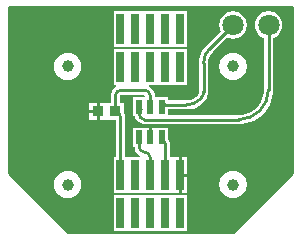
<source format=gbl>
G04*
G04 #@! TF.GenerationSoftware,Altium Limited,Altium Designer,21.6.4 (81)*
G04*
G04 Layer_Physical_Order=2*
G04 Layer_Color=16711680*
%FSLAX25Y25*%
%MOIN*%
G70*
G04*
G04 #@! TF.SameCoordinates,E44EF727-AEEB-4240-987C-FE85ED8235F7*
G04*
G04*
G04 #@! TF.FilePolarity,Positive*
G04*
G01*
G75*
%ADD10C,0.01000*%
%ADD13C,0.07087*%
%ADD14C,0.03937*%
%ADD15R,0.02559X0.10039*%
%ADD16R,0.02362X0.04528*%
%ADD17R,0.03775X0.03591*%
G36*
X74803Y19685D02*
X55118Y0D01*
X40223D01*
X39839Y280D01*
X39839Y500D01*
Y12319D01*
X35339D01*
X35280Y12319D01*
X34839D01*
X34780Y12319D01*
X30339D01*
X30279Y12319D01*
X29839D01*
X29779Y12319D01*
X25339D01*
X25280Y12319D01*
X24839D01*
X24780Y12319D01*
X20339D01*
X20279Y12319D01*
X19839D01*
X19780Y12319D01*
X15280D01*
Y500D01*
X15280Y280D01*
X14895Y0D01*
X0D01*
X-19685Y19685D01*
Y74803D01*
X74803D01*
Y19685D01*
D02*
G37*
%LPC*%
G36*
X35280Y73539D02*
X34839D01*
X34780Y73539D01*
X30339D01*
X30279Y73539D01*
X29839D01*
X29779Y73539D01*
X25339D01*
X25280Y73539D01*
X24839D01*
X24780Y73539D01*
X20339D01*
X20279Y73539D01*
X19839D01*
X19780Y73539D01*
X15280D01*
Y61500D01*
X19780D01*
X19839Y61500D01*
X20279D01*
X20339Y61500D01*
X24780D01*
X24839Y61500D01*
X25280D01*
X25339Y61500D01*
X29779D01*
X29839Y61500D01*
X30279D01*
X30339Y61500D01*
X34780D01*
X34839Y61500D01*
X35280D01*
X35339Y61500D01*
X39839D01*
Y73539D01*
X35339D01*
X35280Y73539D01*
D02*
G37*
G36*
X67287Y73441D02*
X66572D01*
X65865Y73329D01*
X65185Y73108D01*
X64548Y72783D01*
X63969Y72363D01*
X63464Y71857D01*
X63043Y71279D01*
X62719Y70642D01*
X62498Y69962D01*
X62386Y69255D01*
Y68540D01*
X62498Y67834D01*
X62719Y67154D01*
X63043Y66516D01*
X63464Y65938D01*
X63969Y65432D01*
X64548Y65012D01*
X65185Y64687D01*
X65416Y64612D01*
Y47402D01*
X65424Y47345D01*
X65355Y46292D01*
X65138Y45202D01*
X64780Y44150D01*
X64289Y43152D01*
X63671Y42228D01*
X62938Y41392D01*
X62103Y40659D01*
X61178Y40042D01*
X60181Y39550D01*
X59129Y39193D01*
X58038Y38976D01*
X56986Y38907D01*
X56929Y38914D01*
X33480D01*
Y40810D01*
X39539D01*
Y40805D01*
X40614Y40876D01*
X41671Y41086D01*
X42692Y41432D01*
X43658Y41909D01*
X44554Y42508D01*
X45364Y43218D01*
X45363Y43220D01*
X45860Y43802D01*
X46259Y44454D01*
X46552Y45161D01*
X46731Y45905D01*
X46791Y46668D01*
X46788D01*
Y56271D01*
X46783Y56314D01*
X46844Y57087D01*
X47035Y57883D01*
X47348Y58640D01*
X47776Y59338D01*
X48280Y59927D01*
X48314Y59954D01*
X53158Y64798D01*
X53374Y64687D01*
X54054Y64466D01*
X54760Y64354D01*
X55476D01*
X56182Y64466D01*
X56862Y64687D01*
X57499Y65012D01*
X58078Y65432D01*
X58584Y65938D01*
X59004Y66516D01*
X59329Y67154D01*
X59549Y67834D01*
X59661Y68540D01*
Y69255D01*
X59549Y69962D01*
X59329Y70642D01*
X59004Y71279D01*
X58584Y71857D01*
X58078Y72363D01*
X57499Y72783D01*
X56862Y73108D01*
X56182Y73329D01*
X55476Y73441D01*
X54760D01*
X54054Y73329D01*
X53374Y73108D01*
X52737Y72783D01*
X52158Y72363D01*
X51653Y71857D01*
X51232Y71279D01*
X50908Y70642D01*
X50687Y69962D01*
X50575Y69255D01*
Y68540D01*
X50687Y67834D01*
X50908Y67154D01*
X51018Y66937D01*
X46174Y62093D01*
X46171Y62097D01*
X45460Y61286D01*
X44862Y60391D01*
X44385Y59424D01*
X44039Y58403D01*
X43828Y57347D01*
X43758Y56271D01*
X43763D01*
Y46668D01*
X43767Y46634D01*
X43708Y46187D01*
X43523Y45739D01*
X43248Y45382D01*
X43222Y45361D01*
X43195Y45327D01*
X42605Y44823D01*
X41907Y44395D01*
X41151Y44082D01*
X40355Y43891D01*
X39582Y43830D01*
X39539Y43836D01*
X33480D01*
Y44985D01*
X29456D01*
X29076Y45276D01*
X29009Y45956D01*
X28811Y46609D01*
X28488Y47212D01*
X28055Y47740D01*
X27527Y48173D01*
X27100Y48402D01*
X27225Y48902D01*
X29779D01*
X29839Y48902D01*
X30279D01*
X30339Y48902D01*
X34780D01*
X34839Y48902D01*
X35280D01*
X35339Y48902D01*
X39839D01*
Y60941D01*
X35339D01*
X35280Y60941D01*
X34839D01*
X34780Y60941D01*
X30339D01*
X30279Y60941D01*
X29839D01*
X29779Y60941D01*
X25339D01*
X25280Y60941D01*
X24839D01*
X24780Y60941D01*
X20339D01*
X20279Y60941D01*
X19839D01*
X19780Y60941D01*
X15280D01*
Y48902D01*
X16111D01*
X16236Y48402D01*
X15845Y48193D01*
X15335Y47774D01*
X14916Y47263D01*
X14604Y46681D01*
X14413Y46049D01*
X14348Y45392D01*
X14351D01*
Y42899D01*
X10642D01*
Y40103D01*
Y37308D01*
X16046D01*
Y24917D01*
X15280D01*
Y12878D01*
X19780D01*
X19839Y12878D01*
X20279D01*
X20339Y12878D01*
X24780D01*
X24839Y12878D01*
X25280D01*
X25339Y12878D01*
X29839D01*
Y12878D01*
X30280D01*
Y12878D01*
X34780D01*
X34839Y12878D01*
X35280D01*
X35339Y12878D01*
X37059D01*
Y18898D01*
Y24917D01*
X35339D01*
X35280Y24917D01*
X34839D01*
X34780Y24917D01*
X34072D01*
Y29142D01*
X34072D01*
X34019Y29684D01*
X33861Y30204D01*
X33605Y30683D01*
X33480Y30835D01*
Y34749D01*
X28059D01*
Y31485D01*
X27059D01*
Y34749D01*
X21638D01*
Y28221D01*
X22315D01*
X22366Y27705D01*
X22553Y27088D01*
X22857Y26520D01*
X23266Y26022D01*
X23764Y25613D01*
X24130Y25417D01*
X24005Y24917D01*
X20339D01*
X20279Y24917D01*
X19839D01*
X19780Y24917D01*
X19072D01*
Y38408D01*
X19074D01*
X19013Y39035D01*
X18830Y39637D01*
X18751Y39784D01*
Y42899D01*
X17377D01*
Y45392D01*
X17378D01*
X17403Y45521D01*
X17477Y45631D01*
X17587Y45705D01*
X17717Y45731D01*
Y45731D01*
X25591D01*
X25752Y45397D01*
X25748Y45388D01*
X25370Y44985D01*
X21638D01*
Y38458D01*
X22389D01*
X22553Y37915D01*
X22857Y37347D01*
X23266Y36849D01*
X23764Y36440D01*
X24332Y36136D01*
X24949Y35949D01*
X25591Y35886D01*
Y35889D01*
X56929D01*
Y35884D01*
X58219Y35956D01*
X59492Y36172D01*
X60733Y36530D01*
X61927Y37024D01*
X63057Y37649D01*
X64111Y38396D01*
X65074Y39257D01*
X65934Y40220D01*
X66682Y41274D01*
X67307Y42404D01*
X67801Y43597D01*
X68159Y44839D01*
X68375Y46112D01*
X68447Y47402D01*
X68442D01*
Y64612D01*
X68673Y64687D01*
X69310Y65012D01*
X69889Y65432D01*
X70395Y65938D01*
X70815Y66516D01*
X71140Y67154D01*
X71361Y67834D01*
X71472Y68540D01*
Y69255D01*
X71361Y69962D01*
X71140Y70642D01*
X70815Y71279D01*
X70395Y71857D01*
X69889Y72363D01*
X69310Y72783D01*
X68673Y73108D01*
X67993Y73329D01*
X67287Y73441D01*
D02*
G37*
G36*
X55476Y59661D02*
X54760D01*
X54054Y59549D01*
X53374Y59329D01*
X52737Y59004D01*
X52158Y58584D01*
X51653Y58078D01*
X51232Y57499D01*
X50908Y56862D01*
X50687Y56182D01*
X50575Y55476D01*
Y54760D01*
X50687Y54054D01*
X50908Y53374D01*
X51232Y52737D01*
X51653Y52158D01*
X52158Y51653D01*
X52737Y51232D01*
X53374Y50908D01*
X54054Y50687D01*
X54760Y50575D01*
X55476D01*
X56182Y50687D01*
X56862Y50908D01*
X57499Y51232D01*
X58078Y51653D01*
X58584Y52158D01*
X59004Y52737D01*
X59329Y53374D01*
X59549Y54054D01*
X59661Y54760D01*
Y55476D01*
X59549Y56182D01*
X59329Y56862D01*
X59004Y57499D01*
X58584Y58078D01*
X58078Y58584D01*
X57499Y59004D01*
X56862Y59329D01*
X56182Y59549D01*
X55476Y59661D01*
D02*
G37*
G36*
X358D02*
X-358D01*
X-1064Y59549D01*
X-1744Y59329D01*
X-2381Y59004D01*
X-2960Y58584D01*
X-3465Y58078D01*
X-3886Y57499D01*
X-4210Y56862D01*
X-4431Y56182D01*
X-4543Y55476D01*
Y54760D01*
X-4431Y54054D01*
X-4210Y53374D01*
X-3886Y52737D01*
X-3465Y52158D01*
X-2960Y51653D01*
X-2381Y51232D01*
X-1744Y50908D01*
X-1064Y50687D01*
X-358Y50575D01*
X358D01*
X1064Y50687D01*
X1744Y50908D01*
X2381Y51232D01*
X2960Y51653D01*
X3465Y52158D01*
X3886Y52737D01*
X4210Y53374D01*
X4431Y54054D01*
X4543Y54760D01*
Y55476D01*
X4431Y56182D01*
X4210Y56862D01*
X3886Y57499D01*
X3465Y58078D01*
X2960Y58584D01*
X2381Y59004D01*
X1744Y59329D01*
X1064Y59549D01*
X358Y59661D01*
D02*
G37*
G36*
X9642Y42899D02*
X7255D01*
Y40603D01*
X9642D01*
Y42899D01*
D02*
G37*
G36*
Y39603D02*
X7255D01*
Y37308D01*
X9642D01*
Y39603D01*
D02*
G37*
G36*
X38059Y24917D02*
Y19398D01*
X39839D01*
Y24917D01*
X38059D01*
D02*
G37*
G36*
X39839Y18398D02*
X38059D01*
Y12878D01*
X39839D01*
Y18398D01*
D02*
G37*
G36*
X55476Y20291D02*
X54760D01*
X54054Y20179D01*
X53374Y19959D01*
X52737Y19634D01*
X52158Y19214D01*
X51653Y18708D01*
X51232Y18129D01*
X50908Y17492D01*
X50687Y16812D01*
X50575Y16106D01*
Y15391D01*
X50687Y14684D01*
X50908Y14004D01*
X51232Y13367D01*
X51653Y12788D01*
X52158Y12283D01*
X52737Y11862D01*
X53374Y11538D01*
X54054Y11317D01*
X54760Y11205D01*
X55476D01*
X56182Y11317D01*
X56862Y11538D01*
X57499Y11862D01*
X58078Y12283D01*
X58584Y12788D01*
X59004Y13367D01*
X59329Y14004D01*
X59549Y14684D01*
X59661Y15391D01*
Y16106D01*
X59549Y16812D01*
X59329Y17492D01*
X59004Y18129D01*
X58584Y18708D01*
X58078Y19214D01*
X57499Y19634D01*
X56862Y19959D01*
X56182Y20179D01*
X55476Y20291D01*
D02*
G37*
G36*
X358D02*
X-358D01*
X-1064Y20179D01*
X-1744Y19959D01*
X-2381Y19634D01*
X-2960Y19214D01*
X-3465Y18708D01*
X-3886Y18129D01*
X-4210Y17492D01*
X-4431Y16812D01*
X-4543Y16106D01*
Y15391D01*
X-4431Y14684D01*
X-4210Y14004D01*
X-3886Y13367D01*
X-3465Y12788D01*
X-2960Y12283D01*
X-2381Y11862D01*
X-1744Y11538D01*
X-1064Y11317D01*
X-358Y11205D01*
X358D01*
X1064Y11317D01*
X1744Y11538D01*
X2381Y11862D01*
X2960Y12283D01*
X3465Y12788D01*
X3886Y13367D01*
X4210Y14004D01*
X4431Y14684D01*
X4543Y15391D01*
Y16106D01*
X4431Y16812D01*
X4210Y17492D01*
X3886Y18129D01*
X3465Y18708D01*
X2960Y19214D01*
X2381Y19634D01*
X1744Y19959D01*
X1064Y20179D01*
X358Y20291D01*
D02*
G37*
%LPD*%
D10*
X47244Y61024D02*
G03*
X45276Y56271I4752J-4752D01*
G01*
X44291Y44291D02*
G03*
X45276Y46668I-2376J2376D01*
G01*
X39539Y42323D02*
G03*
X44291Y44291I0J6721D01*
G01*
X32752Y42323D02*
G03*
X31299Y41721I0J-2054D01*
G01*
X27559Y45276D02*
G03*
X25591Y47244I-1969J0D01*
G01*
X17559Y38408D02*
G03*
X15864Y40103I-1695J0D01*
G01*
X17717Y47244D02*
G03*
X15864Y45392I0J-1852D01*
G01*
X27559Y24606D02*
G03*
X25591Y26575I-1969J0D01*
G01*
X23819Y28346D02*
G03*
X25591Y26575I1772J0D01*
G01*
X32559Y29142D02*
G03*
X31299Y30402I-1260J0D01*
G01*
X56929Y37402D02*
G03*
X66929Y47402I0J10000D01*
G01*
X23819Y39173D02*
G03*
X25591Y37402I1772J0D01*
G01*
X47244Y61024D02*
X55118Y68898D01*
X32752Y42323D02*
X39539D01*
X45276Y46668D02*
Y56271D01*
X27559Y41721D02*
Y45276D01*
X17717Y47244D02*
X25591D01*
X15864Y40103D02*
Y45392D01*
X17559Y18898D02*
Y38408D01*
X27559Y18898D02*
Y24606D01*
X23819Y28346D02*
Y31485D01*
X32559Y18898D02*
Y29142D01*
X25591Y37402D02*
X56929D01*
X23819Y39173D02*
Y41721D01*
X66929Y47402D02*
Y68898D01*
X27137Y19320D02*
X27559Y18898D01*
X23819Y41721D02*
X24500Y41040D01*
X-19685Y74803D02*
X74803D01*
Y19685D02*
Y74803D01*
X55118Y0D02*
X74803Y19685D01*
X0Y0D02*
X55118D01*
X-19685Y19685D02*
X0Y0D01*
X-19685Y19685D02*
Y74803D01*
D13*
X55118Y68898D02*
D03*
X66929D02*
D03*
D14*
X55118Y15748D02*
D03*
Y55118D02*
D03*
X0Y15748D02*
D03*
Y55118D02*
D03*
D15*
X37559Y67520D02*
D03*
Y54921D02*
D03*
X32559Y67520D02*
D03*
Y54921D02*
D03*
X27559Y67520D02*
D03*
Y54921D02*
D03*
X22559Y67520D02*
D03*
Y54921D02*
D03*
X17559Y67520D02*
D03*
Y54921D02*
D03*
Y6299D02*
D03*
Y18898D02*
D03*
X22559Y6299D02*
D03*
Y18898D02*
D03*
X27559Y6299D02*
D03*
Y18898D02*
D03*
X32559Y6299D02*
D03*
Y18898D02*
D03*
X37559Y6299D02*
D03*
Y18898D02*
D03*
D16*
X31299Y31485D02*
D03*
X27559D02*
D03*
X23819D02*
D03*
Y41721D02*
D03*
X27559D02*
D03*
X31299D02*
D03*
D17*
X10142Y40103D02*
D03*
X15864D02*
D03*
M02*

</source>
